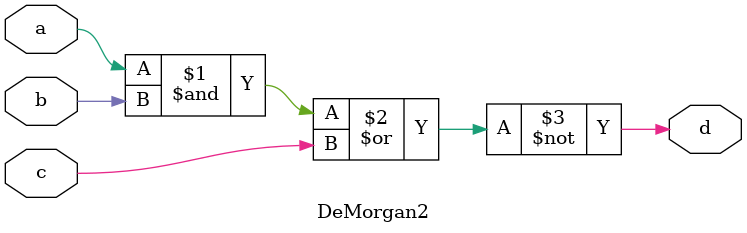
<source format=v>
`timescale 1ns / 1ps

module DeMorgan2(
   input a,
   input b,
   input c,
   output d
    );
    
assign d = ~((a&b)|c);
endmodule

</source>
